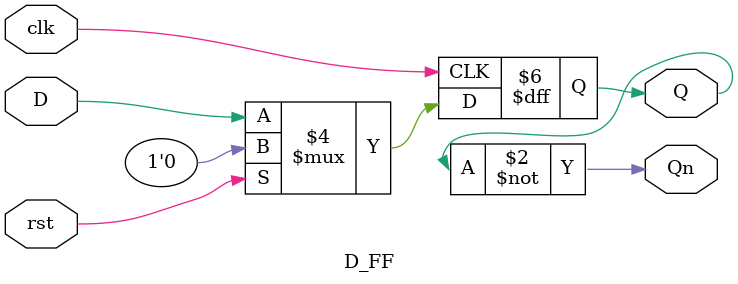
<source format=v>
module D_FF(clk,rst,D,Q,Qn);
input clk, rst, D;
output reg Q;
output Qn;

always@(posedge clk)
 begin
  if(rst)
   Q<=1'b0;
  else
   Q<=D;
  end
 assign Qn=~Q;
endmodule

</source>
